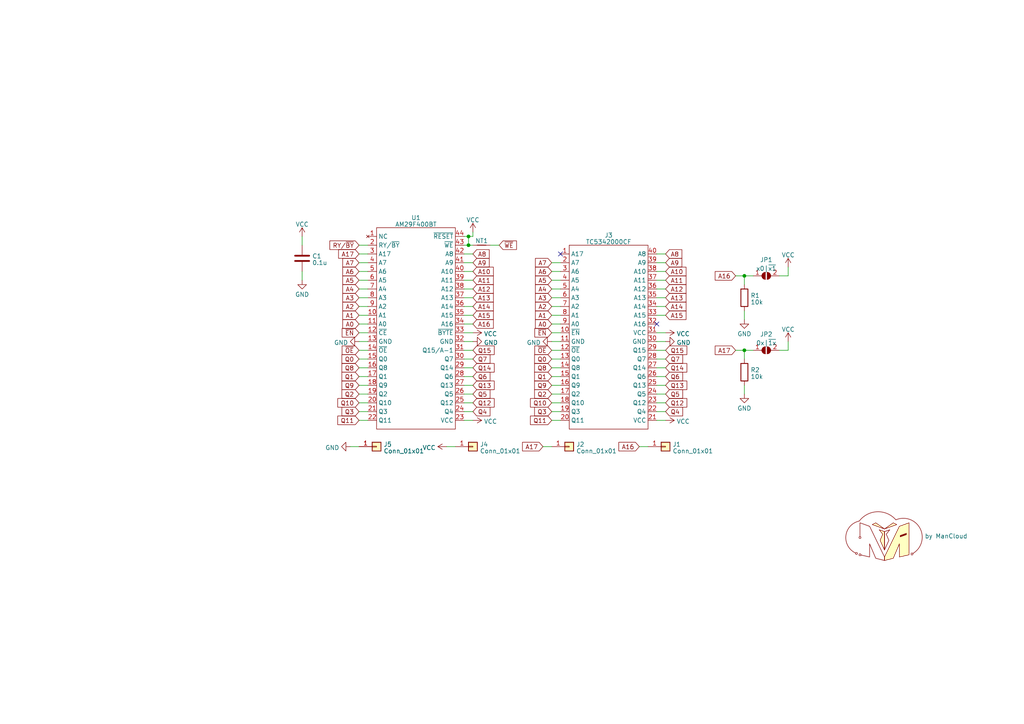
<source format=kicad_sch>
(kicad_sch (version 20230121) (generator eeschema)
  (paper "A4")
  (lib_symbols
    (symbol "Connector_Generic:Conn_01x01" (pin_names (offset 1.016) hide)
      (property "Reference" "J" (at 0 2.54 0))
      (property "Value" "Conn_01x01" (at 0 -2.54 0))
      (symbol "Conn_01x01_1_1"
        (rectangle (start -1.27 0.127) (end 0 -0.127) (stroke (width 0.1524)))
        (rectangle (start -1.27 1.27) (end 1.27 -1.27) (stroke (width 0.254)) (fill (type background)))
        (pin passive line (at -5.08 0 0) (length 3.81) (name "Pin_1") (number "1"))
      )
    )
    (symbol "Device:C" (pin_numbers hide) (pin_names (offset 0.254))
      (property "Reference" "C" (at 0.635 2.54 0))
      (property "Value" "C" (at 0.635 -2.54 0))
      (symbol "C_0_1"
        (polyline (pts (xy -2.032 -0.762) (xy 2.032 -0.762)) (stroke (width 0.508)))
        (polyline (pts (xy -2.032 0.762) (xy 2.032 0.762)) (stroke (width 0.508)))
      )
      (symbol "C_1_1"
        (pin passive line (at 0 3.81 270) (length 2.794) (name "~") (number "1"))
        (pin passive line (at 0 -3.81 90) (length 2.794) (name "~") (number "2"))
      )
    )
    (symbol "Device:NetTie_2" (pin_numbers hide) (pin_names (offset 0) hide) (in_bom no)
      (property "Reference" "NT" (at 0 1.27 0))
      (property "Value" "NetTie_2" (at 0 -1.27 0))
      (symbol "NetTie_2_0_1"
        (polyline (pts (xy -1.27 0) (xy 1.27 0)) (stroke (width 0.254)))
      )
      (symbol "NetTie_2_1_1"
        (pin passive line (at -2.54 0 0) (length 2.54) (name "1") (number "1"))
        (pin passive line (at 2.54 0 180) (length 2.54) (name "2") (number "2"))
      )
    )
    (symbol "Device:R" (pin_numbers hide) (pin_names (offset 0))
      (property "Reference" "R" (at 2.032 0 90))
      (property "Value" "R" (at 0 0 90))
      (symbol "R_0_1"
        (rectangle (start -1.016 -2.54) (end 1.016 2.54) (stroke (width 0.254)))
      )
      (symbol "R_1_1"
        (pin passive line (at 0 3.81 270) (length 1.27) (name "~") (number "1"))
        (pin passive line (at 0 -3.81 90) (length 1.27) (name "~") (number "2"))
      )
    )
    (symbol "Eigenes:AM29F400"
      (property "Reference" "U" (at -10.16 29.21 0))
      (property "Value" "AM29F400" (at 0 -31.75 0))
      (symbol "AM29F400_0_0"
        (pin no_connect line (at -13.97 25.4 0) (length 2.54) (name "NC") (number "1"))
        (pin input line (at -13.97 2.54 0) (length 2.54) (name "A1") (number "10"))
        (pin input line (at -13.97 0 0) (length 2.54) (name "A0") (number "11"))
        (pin input line (at -13.97 -2.54 0) (length 2.54) (name "~{CE}") (number "12"))
        (pin power_in line (at -13.97 -5.08 0) (length 2.54) (name "GND") (number "13"))
        (pin input line (at -13.97 -7.62 0) (length 2.54) (name "~{OE}") (number "14"))
        (pin bidirectional line (at -13.97 -10.16 0) (length 2.54) (name "Q0") (number "15"))
        (pin bidirectional line (at -13.97 -12.7 0) (length 2.54) (name "Q8") (number "16"))
        (pin bidirectional line (at -13.97 -15.24 0) (length 2.54) (name "Q1") (number "17"))
        (pin bidirectional line (at -13.97 -17.78 0) (length 2.54) (name "Q9") (number "18"))
        (pin bidirectional line (at -13.97 -20.32 0) (length 2.54) (name "Q2") (number "19"))
        (pin output line (at -13.97 22.86 0) (length 2.54) (name "RY/~{BY}") (number "2"))
        (pin bidirectional line (at -13.97 -22.86 0) (length 2.54) (name "Q10") (number "20"))
        (pin bidirectional line (at -13.97 -25.4 0) (length 2.54) (name "Q3") (number "21"))
        (pin bidirectional line (at -13.97 -27.94 0) (length 2.54) (name "Q11") (number "22"))
        (pin power_in line (at 13.97 -27.94 180) (length 2.54) (name "VCC") (number "23"))
        (pin bidirectional line (at 13.97 -25.4 180) (length 2.54) (name "Q4") (number "24"))
        (pin bidirectional line (at 13.97 -22.86 180) (length 2.54) (name "Q12") (number "25"))
        (pin bidirectional line (at 13.97 -20.32 180) (length 2.54) (name "Q5") (number "26"))
        (pin bidirectional line (at 13.97 -17.78 180) (length 2.54) (name "Q13") (number "27"))
        (pin bidirectional line (at 13.97 -15.24 180) (length 2.54) (name "Q6") (number "28"))
        (pin bidirectional line (at 13.97 -12.7 180) (length 2.54) (name "Q14") (number "29"))
        (pin input line (at -13.97 20.32 0) (length 2.54) (name "A17") (number "3"))
        (pin bidirectional line (at 13.97 -10.16 180) (length 2.54) (name "Q7") (number "30"))
        (pin bidirectional line (at 13.97 -7.62 180) (length 2.54) (name "Q15/A-1") (number "31"))
        (pin power_in line (at 13.97 -5.08 180) (length 2.54) (name "GND") (number "32"))
        (pin input line (at 13.97 -2.54 180) (length 2.54) (name "~{BYTE}") (number "33"))
        (pin input line (at 13.97 0 180) (length 2.54) (name "A16") (number "34"))
        (pin input line (at 13.97 2.54 180) (length 2.54) (name "A15") (number "35"))
        (pin input line (at 13.97 5.08 180) (length 2.54) (name "A14") (number "36"))
        (pin input line (at 13.97 7.62 180) (length 2.54) (name "A13") (number "37"))
        (pin input line (at 13.97 10.16 180) (length 2.54) (name "A12") (number "38"))
        (pin input line (at 13.97 12.7 180) (length 2.54) (name "A11") (number "39"))
        (pin input line (at -13.97 17.78 0) (length 2.54) (name "A7") (number "4"))
        (pin input line (at 13.97 15.24 180) (length 2.54) (name "A10") (number "40"))
        (pin input line (at 13.97 17.78 180) (length 2.54) (name "A9") (number "41"))
        (pin input line (at 13.97 20.32 180) (length 2.54) (name "A8") (number "42"))
        (pin input line (at 13.97 22.86 180) (length 2.54) (name "~{WE}") (number "43"))
        (pin input line (at 13.97 25.4 180) (length 2.54) (name "~{RESET}") (number "44"))
        (pin input line (at -13.97 15.24 0) (length 2.54) (name "A6") (number "5"))
        (pin input line (at -13.97 12.7 0) (length 2.54) (name "A5") (number "6"))
        (pin input line (at -13.97 10.16 0) (length 2.54) (name "A4") (number "7"))
        (pin input line (at -13.97 7.62 0) (length 2.54) (name "A3") (number "8"))
        (pin input line (at -13.97 5.08 0) (length 2.54) (name "A2") (number "9"))
      )
      (symbol "AM29F400_0_1"
        (rectangle (start -11.43 27.94) (end 11.43 -30.48))
      )
    )
    (symbol "Eigenes:TC534200CF"
      (property "Reference" "U" (at -10.16 26.67 0))
      (property "Value" "TC5342000CF" (at 0 -29.21 0))
      (symbol "TC534200CF_0_0"
        (pin power_in line (at -13.97 22.86 0) (length 2.54) (name "A17") (number "1"))
        (pin bidirectional line (at -13.97 0 0) (length 2.54) (name "~{EN}") (number "10"))
        (pin power_in line (at -13.97 -2.54 0) (length 2.54) (name "GND") (number "11"))
        (pin bidirectional line (at -13.97 -5.08 0) (length 2.54) (name "~{OE}") (number "12"))
        (pin bidirectional line (at -13.97 -7.62 0) (length 2.54) (name "Q0") (number "13"))
        (pin bidirectional line (at -13.97 -10.16 0) (length 2.54) (name "Q8") (number "14"))
        (pin bidirectional line (at -13.97 -12.7 0) (length 2.54) (name "Q1") (number "15"))
        (pin bidirectional line (at -13.97 -15.24 0) (length 2.54) (name "Q9") (number "16"))
        (pin bidirectional line (at -13.97 -17.78 0) (length 2.54) (name "Q2") (number "17"))
        (pin bidirectional line (at -13.97 -20.32 0) (length 2.54) (name "Q10") (number "18"))
        (pin bidirectional line (at -13.97 -22.86 0) (length 2.54) (name "Q3") (number "19"))
        (pin input line (at -13.97 20.32 0) (length 2.54) (name "A7") (number "2"))
        (pin input line (at -13.97 -25.4 0) (length 2.54) (name "Q11") (number "20"))
        (pin input line (at 13.97 -25.4 180) (length 2.54) (name "VCC") (number "21"))
        (pin input line (at 13.97 -22.86 180) (length 2.54) (name "Q4") (number "22"))
        (pin input line (at 13.97 -20.32 180) (length 2.54) (name "Q12") (number "23"))
        (pin input line (at 13.97 -17.78 180) (length 2.54) (name "Q5") (number "24"))
        (pin input line (at 13.97 -15.24 180) (length 2.54) (name "Q13") (number "25"))
        (pin input line (at 13.97 -12.7 180) (length 2.54) (name "Q6") (number "26"))
        (pin input line (at 13.97 -10.16 180) (length 2.54) (name "Q14") (number "27"))
        (pin input line (at 13.97 -7.62 180) (length 2.54) (name "Q7") (number "28"))
        (pin input line (at 13.97 -5.08 180) (length 2.54) (name "Q15") (number "29"))
        (pin bidirectional line (at -13.97 17.78 0) (length 2.54) (name "A6") (number "3"))
        (pin power_in line (at 13.97 -2.54 180) (length 2.54) (name "GND") (number "30"))
        (pin input line (at 13.97 0 180) (length 2.54) (name "VCC") (number "31"))
        (pin input line (at 13.97 2.54 180) (length 2.54) (name "A16") (number "32"))
        (pin input line (at 13.97 5.08 180) (length 2.54) (name "A15") (number "33"))
        (pin input line (at 13.97 7.62 180) (length 2.54) (name "A14") (number "34"))
        (pin input line (at 13.97 10.16 180) (length 2.54) (name "A13") (number "35"))
        (pin input line (at 13.97 12.7 180) (length 2.54) (name "A12") (number "36"))
        (pin input line (at 13.97 15.24 180) (length 2.54) (name "A11") (number "37"))
        (pin input line (at 13.97 17.78 180) (length 2.54) (name "A10") (number "38"))
        (pin input line (at 13.97 20.32 180) (length 2.54) (name "A9") (number "39"))
        (pin bidirectional line (at -13.97 15.24 0) (length 2.54) (name "A5") (number "4"))
        (pin input line (at 13.97 22.86 180) (length 2.54) (name "A8") (number "40"))
        (pin bidirectional line (at -13.97 12.7 0) (length 2.54) (name "A4") (number "5"))
        (pin bidirectional line (at -13.97 10.16 0) (length 2.54) (name "A3") (number "6"))
        (pin bidirectional line (at -13.97 7.62 0) (length 2.54) (name "A2") (number "7"))
        (pin bidirectional line (at -13.97 5.08 0) (length 2.54) (name "A1") (number "8"))
        (pin bidirectional line (at -13.97 2.54 0) (length 2.54) (name "A0") (number "9"))
      )
      (symbol "TC534200CF_0_1"
        (rectangle (start -11.43 25.4) (end 11.43 -27.94))
      )
    )
    (symbol "Eigenes:by ManCloud"
      (property "Value" "by ManCloud" (at -9.0424 -7.9756 0))
      (symbol "by ManCloud_0_1"
        (circle (center -8.128 -5.588) (radius 0.284) (stroke (width 0.1524)))
        (arc (start -7.3152 3.81) (mid -11.1878 -0.4122) (end -8.4328 -5.4356) (stroke (width 0.1524)))
        (circle (center -7.112 -5.969) (radius 0.284) (stroke (width 0.1524)))
        (circle (center -7.112 -0.9652) (radius 0.284) (stroke (width 0.1524)))
        (polyline (pts (xy -2.54 3.302) (xy 0 1.524) (xy -3.556 2.794) (xy -2.54 3.302)) (stroke (width 0.1524)) (fill (type background)))
        (polyline (pts (xy 2.54 3.302) (xy 0 1.524) (xy 3.556 2.794) (xy 2.54 3.302)) (stroke (width 0.1524)) (fill (type background)))
        (polyline (pts (xy 6.35 0.254) (xy 4.572 -0.381) (xy 4.572 -0.762) (xy 6.35 -0.127) (xy 6.35 0.254)) (stroke (width 0.1524)) (fill (type outline)))
        (polyline (pts (xy 0 -4.572) (xy -1.27 -1.778) (xy -0.508 0) (xy -1.524 1.27) (xy 0 0.762) (xy 0 -4.572)) (stroke (width 0.1524)) (fill (type background)))
        (polyline (pts (xy 0 -4.572) (xy 1.27 -1.778) (xy 0.508 0) (xy 1.524 1.27) (xy 0 0.762) (xy 0 -4.572)) (stroke (width 0.1524)))
        (polyline (pts (xy -6.8072 -6.0452) (xy -4.318 -6.604) (xy -4.318 -2.794) (xy -2.54 -6.985) (xy 0 -7.62) (xy 0 -6.604) (xy -4.318 2.286) (xy -7.112 3.302) (xy -7.112 -0.635)) (stroke (width 0.1524)))
        (polyline (pts (xy 4.318 2.286) (xy 7.112 3.302) (xy 7.112 -5.969) (xy 4.318 -6.604) (xy 4.318 -2.794) (xy 2.54 -6.985) (xy 0 -7.62) (xy 0 -6.604) (xy 4.318 2.286)) (stroke (width 0.1524)) (fill (type background)))
        (arc (start 3.302 4.1656) (mid -2.0911 6.5108) (end -7.3152 3.81) (stroke (width 0.1524)))
        (circle (center 7.9756 -5.7404) (radius 0.284) (stroke (width 0.1524)))
        (arc (start 8.2296 -5.588) (mid 10.3596 1.6096) (end 3.302 4.1656) (stroke (width 0.1524)))
      )
    )
    (symbol "Jumper:SolderJumper_2_Open" (pin_names (offset 0) hide)
      (property "Reference" "JP" (at 0 2.032 0))
      (property "Value" "SolderJumper_2_Open" (at 0 -2.54 0))
      (symbol "SolderJumper_2_Open_0_1"
        (arc (start -0.254 1.016) (mid -1.2656 0) (end -0.254 -1.016))
        (arc (start -0.254 1.016) (mid -1.2656 0) (end -0.254 -1.016) (fill (type outline)))
        (polyline (pts (xy -0.254 1.016) (xy -0.254 -1.016)))
        (polyline (pts (xy 0.254 1.016) (xy 0.254 -1.016)))
        (arc (start 0.254 -1.016) (mid 1.2656 0) (end 0.254 1.016))
        (arc (start 0.254 -1.016) (mid 1.2656 0) (end 0.254 1.016) (fill (type outline)))
      )
      (symbol "SolderJumper_2_Open_1_1"
        (pin passive line (at -3.81 0 0) (length 2.54) (name "A") (number "1"))
        (pin passive line (at 3.81 0 180) (length 2.54) (name "B") (number "2"))
      )
    )
    (symbol "power:GND" (power) (pin_names (offset 0))
      (property "Value" "GND" (at 0 -3.81 0))
      (symbol "GND_0_1"
        (polyline (pts (xy 0 0) (xy 0 -1.27) (xy 1.27 -1.27) (xy 0 -2.54) (xy -1.27 -1.27) (xy 0 -1.27)))
      )
      (symbol "GND_1_1"
        (pin power_in line (at 0 0 270) (length 0) hide (name "GND") (number "1"))
      )
    )
    (symbol "power:VCC" (power) (pin_names (offset 0))
      (property "Value" "VCC" (at 0 3.81 0))
      (symbol "VCC_0_1"
        (polyline (pts (xy -0.762 1.27) (xy 0 2.54)))
        (polyline (pts (xy 0 0) (xy 0 2.54)))
        (polyline (pts (xy 0 2.54) (xy 0.762 1.27)))
      )
      (symbol "VCC_1_1"
        (pin power_in line (at 0 0 90) (length 0) hide (name "VCC") (number "1"))
      )
    )
  )
  (junction (at 135.89 71.12))
  (junction (at 215.9 101.6))
  (junction (at 135.89 68.58))
  (junction (at 215.9 80.01))
  (no_connect (at 162.56 73.66))
  (no_connect (at 190.5 93.98))
  (wire (pts (xy 106.68 71.12) (xy 104.14 71.12)))
  (wire (pts (xy 160.02 99.06) (xy 162.56 99.06)))
  (wire (pts (xy 134.62 106.68) (xy 137.16 106.68)))
  (wire (pts (xy 226.06 101.6) (xy 228.6 101.6)))
  (wire (pts (xy 162.56 116.84) (xy 160.02 116.84)))
  (wire (pts (xy 106.68 73.66) (xy 104.14 73.66)))
  (wire (pts (xy 106.68 101.6) (xy 104.14 101.6)))
  (wire (pts (xy 134.62 119.38) (xy 137.16 119.38)))
  (wire (pts (xy 162.56 91.44) (xy 160.02 91.44)))
  (wire (pts (xy 185.42 129.54) (xy 187.96 129.54)))
  (wire (pts (xy 134.62 96.52) (xy 137.16 96.52)))
  (wire (pts (xy 129.54 129.54) (xy 132.08 129.54)))
  (wire (pts (xy 157.48 129.54) (xy 160.02 129.54)))
  (wire (pts (xy 228.6 99.06) (xy 228.6 101.6)))
  (wire (pts (xy 134.62 68.58) (xy 135.89 68.58)))
  (wire (pts (xy 134.62 109.22) (xy 137.16 109.22)))
  (wire (pts (xy 190.5 111.76) (xy 193.04 111.76)))
  (wire (pts (xy 134.62 93.98) (xy 137.16 93.98)))
  (wire (pts (xy 87.63 78.74) (xy 87.63 81.28)))
  (wire (pts (xy 135.89 68.58) (xy 137.16 68.58)))
  (wire (pts (xy 162.56 114.3) (xy 160.02 114.3)))
  (wire (pts (xy 213.36 101.6) (xy 215.9 101.6)))
  (wire (pts (xy 190.5 116.84) (xy 193.04 116.84)))
  (wire (pts (xy 106.68 111.76) (xy 104.14 111.76)))
  (wire (pts (xy 190.5 99.06) (xy 193.04 99.06)))
  (wire (pts (xy 134.62 104.14) (xy 137.16 104.14)))
  (wire (pts (xy 134.62 71.12) (xy 135.89 71.12)))
  (wire (pts (xy 134.62 121.92) (xy 137.16 121.92)))
  (wire (pts (xy 190.5 106.68) (xy 193.04 106.68)))
  (wire (pts (xy 215.9 111.76) (xy 215.9 114.3)))
  (wire (pts (xy 162.56 88.9) (xy 160.02 88.9)))
  (wire (pts (xy 106.68 76.2) (xy 104.14 76.2)))
  (wire (pts (xy 162.56 106.68) (xy 160.02 106.68)))
  (wire (pts (xy 162.56 76.2) (xy 160.02 76.2)))
  (wire (pts (xy 134.62 83.82) (xy 137.16 83.82)))
  (wire (pts (xy 134.62 99.06) (xy 137.16 99.06)))
  (wire (pts (xy 162.56 83.82) (xy 160.02 83.82)))
  (wire (pts (xy 106.68 116.84) (xy 104.14 116.84)))
  (wire (pts (xy 162.56 101.6) (xy 160.02 101.6)))
  (wire (pts (xy 190.5 96.52) (xy 193.04 96.52)))
  (wire (pts (xy 190.5 83.82) (xy 193.04 83.82)))
  (wire (pts (xy 106.68 119.38) (xy 104.14 119.38)))
  (wire (pts (xy 162.56 93.98) (xy 160.02 93.98)))
  (wire (pts (xy 106.68 91.44) (xy 104.14 91.44)))
  (wire (pts (xy 162.56 78.74) (xy 160.02 78.74)))
  (wire (pts (xy 106.68 96.52) (xy 104.14 96.52)))
  (wire (pts (xy 134.62 81.28) (xy 137.16 81.28)))
  (wire (pts (xy 101.6 129.54) (xy 104.14 129.54)))
  (wire (pts (xy 215.9 80.01) (xy 215.9 82.55)))
  (wire (pts (xy 134.62 73.66) (xy 137.16 73.66)))
  (wire (pts (xy 106.68 114.3) (xy 104.14 114.3)))
  (wire (pts (xy 162.56 86.36) (xy 160.02 86.36)))
  (wire (pts (xy 190.5 114.3) (xy 193.04 114.3)))
  (wire (pts (xy 106.68 83.82) (xy 104.14 83.82)))
  (wire (pts (xy 162.56 104.14) (xy 160.02 104.14)))
  (wire (pts (xy 162.56 109.22) (xy 160.02 109.22)))
  (wire (pts (xy 213.36 80.01) (xy 215.9 80.01)))
  (wire (pts (xy 162.56 119.38) (xy 160.02 119.38)))
  (wire (pts (xy 106.68 81.28) (xy 104.14 81.28)))
  (wire (pts (xy 106.68 121.92) (xy 104.14 121.92)))
  (wire (pts (xy 106.68 104.14) (xy 104.14 104.14)))
  (wire (pts (xy 135.89 71.12) (xy 137.16 71.12)))
  (wire (pts (xy 87.63 68.58) (xy 87.63 71.12)))
  (wire (pts (xy 104.14 99.06) (xy 106.68 99.06)))
  (wire (pts (xy 106.68 86.36) (xy 104.14 86.36)))
  (wire (pts (xy 215.9 101.6) (xy 215.9 104.14)))
  (wire (pts (xy 190.5 91.44) (xy 193.04 91.44)))
  (wire (pts (xy 134.62 114.3) (xy 137.16 114.3)))
  (wire (pts (xy 134.62 88.9) (xy 137.16 88.9)))
  (wire (pts (xy 106.68 106.68) (xy 104.14 106.68)))
  (wire (pts (xy 135.89 68.58) (xy 135.89 71.12)))
  (wire (pts (xy 190.5 73.66) (xy 193.04 73.66)))
  (wire (pts (xy 106.68 109.22) (xy 104.14 109.22)))
  (wire (pts (xy 190.5 104.14) (xy 193.04 104.14)))
  (wire (pts (xy 134.62 86.36) (xy 137.16 86.36)))
  (wire (pts (xy 215.9 101.6) (xy 218.44 101.6)))
  (wire (pts (xy 134.62 76.2) (xy 137.16 76.2)))
  (wire (pts (xy 190.5 86.36) (xy 193.04 86.36)))
  (wire (pts (xy 215.9 90.17) (xy 215.9 92.71)))
  (wire (pts (xy 134.62 91.44) (xy 137.16 91.44)))
  (wire (pts (xy 190.5 88.9) (xy 193.04 88.9)))
  (wire (pts (xy 190.5 76.2) (xy 193.04 76.2)))
  (wire (pts (xy 162.56 121.92) (xy 160.02 121.92)))
  (wire (pts (xy 106.68 88.9) (xy 104.14 88.9)))
  (wire (pts (xy 190.5 78.74) (xy 193.04 78.74)))
  (wire (pts (xy 106.68 78.74) (xy 104.14 78.74)))
  (wire (pts (xy 162.56 96.52) (xy 160.02 96.52)))
  (wire (pts (xy 228.6 77.47) (xy 228.6 80.01)))
  (wire (pts (xy 142.24 71.12) (xy 144.78 71.12)))
  (wire (pts (xy 162.56 81.28) (xy 160.02 81.28)))
  (wire (pts (xy 137.16 67.31) (xy 137.16 68.58)))
  (wire (pts (xy 106.68 93.98) (xy 104.14 93.98)))
  (wire (pts (xy 190.5 119.38) (xy 193.04 119.38)))
  (wire (pts (xy 134.62 111.76) (xy 137.16 111.76)))
  (wire (pts (xy 190.5 81.28) (xy 193.04 81.28)))
  (wire (pts (xy 134.62 101.6) (xy 137.16 101.6)))
  (wire (pts (xy 134.62 78.74) (xy 137.16 78.74)))
  (wire (pts (xy 190.5 121.92) (xy 193.04 121.92)))
  (wire (pts (xy 215.9 80.01) (xy 218.44 80.01)))
  (wire (pts (xy 162.56 111.76) (xy 160.02 111.76)))
  (wire (pts (xy 226.06 80.01) (xy 228.6 80.01)))
  (wire (pts (xy 190.5 101.6) (xy 193.04 101.6)))
  (wire (pts (xy 190.5 109.22) (xy 193.04 109.22)))
  (wire (pts (xy 134.62 116.84) (xy 137.16 116.84)))
  (global_label "A3" (shape input) (at 160.02 86.36 180) (property "Intersheetrefs" "${INTERSHEET_REFS}" (effects hide)))
  (global_label "A17" (shape input) (at 104.14 73.66 180) (property "Intersheetrefs" "${INTERSHEET_REFS}" (effects hide)))
  (global_label "~{EN}" (shape input) (at 104.14 96.52 180) (property "Intersheetrefs" "${INTERSHEET_REFS}" (effects hide)))
  (global_label "Q15" (shape input) (at 193.04 101.6 0) (property "Intersheetrefs" "${INTERSHEET_REFS}" (effects hide)))
  (global_label "Q9" (shape input) (at 160.02 111.76 180) (property "Intersheetrefs" "${INTERSHEET_REFS}" (effects hide)))
  (global_label "A9" (shape input) (at 193.04 76.2 0) (property "Intersheetrefs" "${INTERSHEET_REFS}" (effects hide)))
  (global_label "Q0" (shape input) (at 160.02 104.14 180) (property "Intersheetrefs" "${INTERSHEET_REFS}" (effects hide)))
  (global_label "RY{slash}~{BY}" (shape input) (at 104.14 71.12 180) (property "Intersheetrefs" "${INTERSHEET_REFS}" (effects hide)))
  (global_label "A6" (shape input) (at 104.14 78.74 180) (property "Intersheetrefs" "${INTERSHEET_REFS}" (effects hide)))
  (global_label "A10" (shape input) (at 193.04 78.74 0) (property "Intersheetrefs" "${INTERSHEET_REFS}" (effects hide)))
  (global_label "A16" (shape input) (at 185.42 129.54 180) (property "Intersheetrefs" "${INTERSHEET_REFS}" (effects hide)))
  (global_label "A13" (shape input) (at 137.16 86.36 0) (property "Intersheetrefs" "${INTERSHEET_REFS}" (effects hide)))
  (global_label "A17" (shape input) (at 213.36 101.6 180) (property "Intersheetrefs" "${INTERSHEET_REFS}" (effects hide)))
  (global_label "A0" (shape input) (at 160.02 93.98 180) (property "Intersheetrefs" "${INTERSHEET_REFS}" (effects hide)))
  (global_label "A2" (shape input) (at 104.14 88.9 180) (property "Intersheetrefs" "${INTERSHEET_REFS}" (effects hide)))
  (global_label "Q13" (shape input) (at 137.16 111.76 0) (property "Intersheetrefs" "${INTERSHEET_REFS}" (effects hide)))
  (global_label "Q0" (shape input) (at 104.14 104.14 180) (property "Intersheetrefs" "${INTERSHEET_REFS}" (effects hide)))
  (global_label "A4" (shape input) (at 160.02 83.82 180) (property "Intersheetrefs" "${INTERSHEET_REFS}" (effects hide)))
  (global_label "A8" (shape input) (at 193.04 73.66 0) (property "Intersheetrefs" "${INTERSHEET_REFS}" (effects hide)))
  (global_label "Q12" (shape input) (at 137.16 116.84 0) (property "Intersheetrefs" "${INTERSHEET_REFS}" (effects hide)))
  (global_label "Q12" (shape input) (at 193.04 116.84 0) (property "Intersheetrefs" "${INTERSHEET_REFS}" (effects hide)))
  (global_label "Q8" (shape input) (at 104.14 106.68 180) (property "Intersheetrefs" "${INTERSHEET_REFS}" (effects hide)))
  (global_label "Q7" (shape input) (at 137.16 104.14 0) (property "Intersheetrefs" "${INTERSHEET_REFS}" (effects hide)))
  (global_label "Q13" (shape input) (at 193.04 111.76 0) (property "Intersheetrefs" "${INTERSHEET_REFS}" (effects hide)))
  (global_label "A13" (shape input) (at 193.04 86.36 0) (property "Intersheetrefs" "${INTERSHEET_REFS}" (effects hide)))
  (global_label "Q6" (shape input) (at 193.04 109.22 0) (property "Intersheetrefs" "${INTERSHEET_REFS}" (effects hide)))
  (global_label "Q3" (shape input) (at 104.14 119.38 180) (property "Intersheetrefs" "${INTERSHEET_REFS}" (effects hide)))
  (global_label "Q4" (shape input) (at 137.16 119.38 0) (property "Intersheetrefs" "${INTERSHEET_REFS}" (effects hide)))
  (global_label "A16" (shape input) (at 137.16 93.98 0) (property "Intersheetrefs" "${INTERSHEET_REFS}" (effects hide)))
  (global_label "A5" (shape input) (at 104.14 81.28 180) (property "Intersheetrefs" "${INTERSHEET_REFS}" (effects hide)))
  (global_label "A5" (shape input) (at 160.02 81.28 180) (property "Intersheetrefs" "${INTERSHEET_REFS}" (effects hide)))
  (global_label "A1" (shape input) (at 104.14 91.44 180) (property "Intersheetrefs" "${INTERSHEET_REFS}" (effects hide)))
  (global_label "A2" (shape input) (at 160.02 88.9 180) (property "Intersheetrefs" "${INTERSHEET_REFS}" (effects hide)))
  (global_label "A15" (shape input) (at 137.16 91.44 0) (property "Intersheetrefs" "${INTERSHEET_REFS}" (effects hide)))
  (global_label "A17" (shape input) (at 157.48 129.54 180) (property "Intersheetrefs" "${INTERSHEET_REFS}" (effects hide)))
  (global_label "A7" (shape input) (at 104.14 76.2 180) (property "Intersheetrefs" "${INTERSHEET_REFS}" (effects hide)))
  (global_label "A8" (shape input) (at 137.16 73.66 0) (property "Intersheetrefs" "${INTERSHEET_REFS}" (effects hide)))
  (global_label "Q2" (shape input) (at 160.02 114.3 180) (property "Intersheetrefs" "${INTERSHEET_REFS}" (effects hide)))
  (global_label "Q14" (shape input) (at 193.04 106.68 0) (property "Intersheetrefs" "${INTERSHEET_REFS}" (effects hide)))
  (global_label "A11" (shape input) (at 137.16 81.28 0) (property "Intersheetrefs" "${INTERSHEET_REFS}" (effects hide)))
  (global_label "~{WE}" (shape input) (at 144.78 71.12 0) (property "Intersheetrefs" "${INTERSHEET_REFS}" (effects hide)))
  (global_label "A9" (shape input) (at 137.16 76.2 0) (property "Intersheetrefs" "${INTERSHEET_REFS}" (effects hide)))
  (global_label "Q7" (shape input) (at 193.04 104.14 0) (property "Intersheetrefs" "${INTERSHEET_REFS}" (effects hide)))
  (global_label "~{EN}" (shape input) (at 160.02 96.52 180) (property "Intersheetrefs" "${INTERSHEET_REFS}" (effects hide)))
  (global_label "Q11" (shape input) (at 160.02 121.92 180) (property "Intersheetrefs" "${INTERSHEET_REFS}" (effects hide)))
  (global_label "A7" (shape input) (at 160.02 76.2 180) (property "Intersheetrefs" "${INTERSHEET_REFS}" (effects hide)))
  (global_label "A12" (shape input) (at 137.16 83.82 0) (property "Intersheetrefs" "${INTERSHEET_REFS}" (effects hide)))
  (global_label "A10" (shape input) (at 137.16 78.74 0) (property "Intersheetrefs" "${INTERSHEET_REFS}" (effects hide)))
  (global_label "A1" (shape input) (at 160.02 91.44 180) (property "Intersheetrefs" "${INTERSHEET_REFS}" (effects hide)))
  (global_label "Q14" (shape input) (at 137.16 106.68 0) (property "Intersheetrefs" "${INTERSHEET_REFS}" (effects hide)))
  (global_label "A11" (shape input) (at 193.04 81.28 0) (property "Intersheetrefs" "${INTERSHEET_REFS}" (effects hide)))
  (global_label "A3" (shape input) (at 104.14 86.36 180) (property "Intersheetrefs" "${INTERSHEET_REFS}" (effects hide)))
  (global_label "Q2" (shape input) (at 104.14 114.3 180) (property "Intersheetrefs" "${INTERSHEET_REFS}" (effects hide)))
  (global_label "A4" (shape input) (at 104.14 83.82 180) (property "Intersheetrefs" "${INTERSHEET_REFS}" (effects hide)))
  (global_label "Q10" (shape input) (at 160.02 116.84 180) (property "Intersheetrefs" "${INTERSHEET_REFS}" (effects hide)))
  (global_label "~{OE}" (shape input) (at 160.02 101.6 180) (property "Intersheetrefs" "${INTERSHEET_REFS}" (effects hide)))
  (global_label "Q3" (shape input) (at 160.02 119.38 180) (property "Intersheetrefs" "${INTERSHEET_REFS}" (effects hide)))
  (global_label "Q1" (shape input) (at 104.14 109.22 180) (property "Intersheetrefs" "${INTERSHEET_REFS}" (effects hide)))
  (global_label "A15" (shape input) (at 193.04 91.44 0) (property "Intersheetrefs" "${INTERSHEET_REFS}" (effects hide)))
  (global_label "Q15" (shape input) (at 137.16 101.6 0) (property "Intersheetrefs" "${INTERSHEET_REFS}" (effects hide)))
  (global_label "A16" (shape input) (at 213.36 80.01 180) (property "Intersheetrefs" "${INTERSHEET_REFS}" (effects hide)))
  (global_label "Q9" (shape input) (at 104.14 111.76 180) (property "Intersheetrefs" "${INTERSHEET_REFS}" (effects hide)))
  (global_label "A14" (shape input) (at 137.16 88.9 0) (property "Intersheetrefs" "${INTERSHEET_REFS}" (effects hide)))
  (global_label "A14" (shape input) (at 193.04 88.9 0) (property "Intersheetrefs" "${INTERSHEET_REFS}" (effects hide)))
  (global_label "Q5" (shape input) (at 137.16 114.3 0) (property "Intersheetrefs" "${INTERSHEET_REFS}" (effects hide)))
  (global_label "Q5" (shape input) (at 193.04 114.3 0) (property "Intersheetrefs" "${INTERSHEET_REFS}" (effects hide)))
  (global_label "Q6" (shape input) (at 137.16 109.22 0) (property "Intersheetrefs" "${INTERSHEET_REFS}" (effects hide)))
  (global_label "Q1" (shape input) (at 160.02 109.22 180) (property "Intersheetrefs" "${INTERSHEET_REFS}" (effects hide)))
  (global_label "Q8" (shape input) (at 160.02 106.68 180) (property "Intersheetrefs" "${INTERSHEET_REFS}" (effects hide)))
  (global_label "A12" (shape input) (at 193.04 83.82 0) (property "Intersheetrefs" "${INTERSHEET_REFS}" (effects hide)))
  (global_label "A0" (shape input) (at 104.14 93.98 180) (property "Intersheetrefs" "${INTERSHEET_REFS}" (effects hide)))
  (global_label "Q11" (shape input) (at 104.14 121.92 180) (property "Intersheetrefs" "${INTERSHEET_REFS}" (effects hide)))
  (global_label "Q10" (shape input) (at 104.14 116.84 180) (property "Intersheetrefs" "${INTERSHEET_REFS}" (effects hide)))
  (global_label "Q4" (shape input) (at 193.04 119.38 0) (property "Intersheetrefs" "${INTERSHEET_REFS}" (effects hide)))
  (global_label "A6" (shape input) (at 160.02 78.74 180) (property "Intersheetrefs" "${INTERSHEET_REFS}" (effects hide)))
  (global_label "~{OE}" (shape input) (at 104.14 101.6 180) (property "Intersheetrefs" "${INTERSHEET_REFS}" (effects hide)))
  (symbol (lib_id "power:VCC") (at 193.04 96.52 270) (unit 1)
    (property "Reference" "#PWR03" (effects hide))
    (property "Value" "VCC" (at 196.215 96.8368 90) (effects (justify left)))
  )
  (symbol (lib_id "Connector_Generic:Conn_01x01") (at 165.1 129.54 0) (unit 1)
    (property "Reference" "J2" (at 167.132 128.8963 0) (effects (justify left)))
    (property "Value" "Conn_01x01" (at 167.132 130.8173 0) (effects (justify left)))
    (property "Footprint" "TestPoint:TestPoint_Keystone_5015_Micro-Minature" (effects hide))
  )
  (symbol (lib_id "power:GND") (at 193.04 99.06 90) (unit 1)
    (property "Reference" "#PWR04" (effects hide))
    (property "Value" "GND" (at 196.215 99.3768 90) (effects (justify right)))
  )
  (symbol (lib_id "power:VCC") (at 193.04 121.92 270) (unit 1)
    (property "Reference" "#PWR014" (effects hide))
    (property "Value" "VCC" (at 196.215 122.2368 90) (effects (justify left)))
  )
  (symbol (lib_id "power:VCC") (at 87.63 68.58 0) (unit 1)
    (property "Reference" "#PWR02" (effects hide))
    (property "Value" "VCC" (at 87.63 65.0781 0))
  )
  (symbol (lib_id "power:VCC") (at 129.54 129.54 90) (unit 1)
    (property "Reference" "#PWR016" (effects hide))
    (property "Value" "VCC" (at 126.365 129.8568 90) (effects (justify left)))
  )
  (symbol (lib_id "Connector_Generic:Conn_01x01") (at 137.16 129.54 0) (unit 1)
    (property "Reference" "J4" (at 139.192 128.8963 0) (effects (justify left)))
    (property "Value" "Conn_01x01" (at 139.192 130.8173 0) (effects (justify left)))
    (property "Footprint" "TestPoint:TestPoint_Keystone_5015_Micro-Minature" (effects hide))
  )
  (symbol (lib_id "Jumper:SolderJumper_2_Open") (at 222.25 101.6 0) (unit 1)
    (property "Reference" "JP2" (at 222.25 96.9451 0))
    (property "Value" "0x|~{1x}" (at 222.25 99.4757 0))
    (property "Footprint" "Jumper:SolderJumper-2_P1.3mm_Open_TrianglePad1.0x1.5mm" (effects hide))
  )
  (symbol (lib_id "power:GND") (at 215.9 92.71 0) (unit 1)
    (property "Reference" "#PWR011" (effects hide))
    (property "Value" "GND" (at 215.9 96.8455 0))
  )
  (symbol (lib_id "power:VCC") (at 137.16 121.92 270) (unit 1)
    (property "Reference" "#PWR05" (effects hide))
    (property "Value" "VCC" (at 140.335 122.2368 90) (effects (justify left)))
  )
  (symbol (lib_id "Jumper:SolderJumper_2_Open") (at 222.25 80.01 0) (unit 1)
    (property "Reference" "JP1" (at 222.25 75.3551 0))
    (property "Value" "x0|~{x1}" (at 222.25 77.8857 0))
    (property "Footprint" "Jumper:SolderJumper-2_P1.3mm_Open_TrianglePad1.0x1.5mm" (effects hide))
  )
  (symbol (lib_id "Eigenes:TC534200CF") (at 176.53 96.52 0) (unit 1)
    (property "Reference" "J3" (at 176.53 68.2371 0))
    (property "Value" "TC5342000CF" (at 176.53 70.1581 0))
    (property "Footprint" "Eigene:TSOP-40_26.0x10.0mm_P1.27mm_JIG" (effects hide))
  )
  (symbol (lib_id "power:GND") (at 87.63 81.28 0) (unit 1)
    (property "Reference" "#PWR015" (effects hide))
    (property "Value" "GND" (at 87.63 85.4155 0))
  )
  (symbol (lib_id "Eigenes:by ManCloud") (at 256.54 154.94 0) (unit 1)
    (property "Reference" "U2" (effects hide))
    (property "Value" "by ManCloud" (at 268.1988 155.4927 0) (effects (justify left)))
    (property "Footprint" "Eigene:ManCloud_v2b_22mm" (effects hide))
  )
  (symbol (lib_id "power:GND") (at 137.16 99.06 90) (unit 1)
    (property "Reference" "#PWR07" (effects hide))
    (property "Value" "GND" (at 140.335 99.3768 90) (effects (justify right)))
  )
  (symbol (lib_id "power:GND") (at 104.14 99.06 270) (unit 1)
    (property "Reference" "#PWR06" (effects hide))
    (property "Value" "GND" (at 100.9651 99.3768 90) (effects (justify right)))
  )
  (symbol (lib_id "Connector_Generic:Conn_01x01") (at 193.04 129.54 0) (unit 1)
    (property "Reference" "J1" (at 195.072 128.8963 0) (effects (justify left)))
    (property "Value" "Conn_01x01" (at 195.072 130.8173 0) (effects (justify left)))
    (property "Footprint" "TestPoint:TestPoint_Keystone_5015_Micro-Minature" (effects hide))
  )
  (symbol (lib_id "Device:R") (at 215.9 107.95 0) (unit 1)
    (property "Reference" "R2" (at 217.678 107.3063 0) (effects (justify left)))
    (property "Value" "10k" (at 217.678 109.2273 0) (effects (justify left)))
    (property "Footprint" "Resistor_SMD:R_0805_2012Metric_Pad1.20x1.40mm_HandSolder" (effects hide))
  )
  (symbol (lib_id "Device:NetTie_2") (at 139.7 71.12 0) (unit 1) (in_bom no)
    (property "Reference" "NT1" (at 139.7 69.85 0))
    (property "Value" "NetTie_2" (effects hide))
  )
  (symbol (lib_id "power:GND") (at 215.9 114.3 0) (unit 1)
    (property "Reference" "#PWR010" (effects hide))
    (property "Value" "GND" (at 215.9 118.4355 0))
  )
  (symbol (lib_id "Eigenes:AM29F400") (at 120.65 93.98 0) (unit 1)
    (property "Reference" "U1" (at 120.65 63.1571 0))
    (property "Value" "AM29F400BT" (at 120.65 65.0781 0))
    (property "Footprint" "Eigene:SO-44_P1.27" (effects hide))
  )
  (symbol (lib_id "power:VCC") (at 228.6 99.06 0) (unit 1)
    (property "Reference" "#PWR013" (effects hide))
    (property "Value" "VCC" (at 228.6 95.5581 0))
  )
  (symbol (lib_id "power:VCC") (at 137.16 96.52 270) (unit 1)
    (property "Reference" "#PWR012" (effects hide))
    (property "Value" "VCC" (at 140.335 96.8368 90) (effects (justify left)))
  )
  (symbol (lib_id "Device:R") (at 215.9 86.36 0) (unit 1)
    (property "Reference" "R1" (at 217.678 85.7163 0) (effects (justify left)))
    (property "Value" "10k" (at 217.678 87.6373 0) (effects (justify left)))
    (property "Footprint" "Resistor_SMD:R_0805_2012Metric_Pad1.20x1.40mm_HandSolder" (effects hide))
  )
  (symbol (lib_id "power:GND") (at 101.6 129.54 270) (unit 1)
    (property "Reference" "#PWR017" (effects hide))
    (property "Value" "GND" (at 98.4251 129.8568 90) (effects (justify right)))
  )
  (symbol (lib_id "power:GND") (at 160.02 99.06 270) (unit 1)
    (property "Reference" "#PWR01" (effects hide))
    (property "Value" "GND" (at 156.8451 99.3768 90) (effects (justify right)))
  )
  (symbol (lib_id "Device:C") (at 87.63 74.93 0) (unit 1)
    (property "Reference" "C1" (at 90.551 74.2863 0) (effects (justify left)))
    (property "Value" "0.1u" (at 90.551 76.2073 0) (effects (justify left)))
    (property "Footprint" "Capacitor_SMD:C_0603_1608Metric_Pad1.08x0.95mm_HandSolder" (effects hide))
  )
  (symbol (lib_id "power:VCC") (at 228.6 77.47 0) (unit 1)
    (property "Reference" "#PWR09" (effects hide))
    (property "Value" "VCC" (at 228.6 73.9681 0))
  )
  (symbol (lib_id "power:VCC") (at 137.16 67.31 0) (unit 1)
    (property "Reference" "#PWR08" (effects hide))
    (property "Value" "VCC" (at 137.16 63.8081 0))
  )
  (symbol (lib_id "Connector_Generic:Conn_01x01") (at 109.22 129.54 0) (unit 1)
    (property "Reference" "J5" (at 111.252 128.8963 0) (effects (justify left)))
    (property "Value" "Conn_01x01" (at 111.252 130.8173 0) (effects (justify left)))
    (property "Footprint" "TestPoint:TestPoint_Keystone_5015_Micro-Minature" (effects hide))
  )
)
</source>
